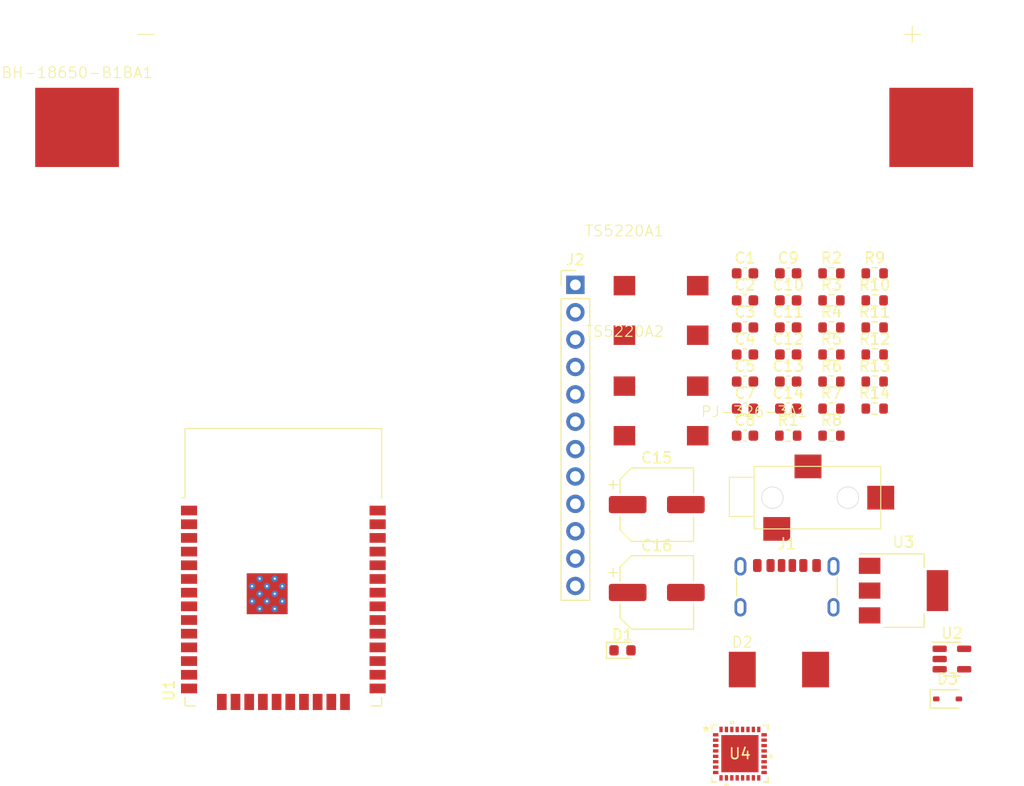
<source format=kicad_pcb>
(kicad_pcb (version 20221018) (generator pcbnew)
  (layers (0 "F.Cu" signal) (31 "B.Cu" signal) (34 "B.Paste" user) (35 "F.Paste" user) (36 "B.SilkS" user "B.Silkscreen") (37 "F.SilkS" user "F.Silkscreen") (38 "B.Mask" user) (39 "F.Mask" user) (44 "Edge.Cuts" user))
  (net 0 "")
  (net 1 "GND")
  (net 2 "Net-(D2-A)")
  (net 3 "+5V")
  (net 4 "Net-(D2-K)")
  (net 5 "VCC")
  (net 6 "Net-(U4-HP_L)")
  (net 7 "HP_L")
  (net 8 "Net-(U4-HP_R)")
  (net 9 "HP_R")
  (net 10 "Net-(D1-K)")
  (net 11 "Net-(D3-A)")
  (net 12 "Net-(J1-CC1)")
  (net 13 "Net-(J1-CC2)")
  (net 14 "IO33")
  (net 15 "IO32")
  (net 16 "EP")
  (net 17 "MCLK")
  (net 18 "SCL")
  (net 19 "SDA")
  (net 20 "TDO")
  (net 21 "TMS")
  (net 22 "TCK")
  (net 23 "TDI")
  (net 24 "Net-(U2-STAT)")
  (net 25 "Net-(U2-PROG)")
  (net 26 "Net-(U1-IO12)")
  (net 27 "Net-(U1-IO13)")
  (net 28 "Net-(U1-IO14)")
  (net 29 "Net-(U1-IO15)")
  (net 30 "Net-(R9-Pad2)")
  (net 31 "Net-(R11-Pad2)")
  (net 32 "Net-(U1-SDO{slash}SD0)")
  (net 33 "Net-(U1-EN)")
  (net 42 "I2S_DATA")
  (net 43 "I2S_BCK")
  (net 59 "RX")
  (net 60 "TX")
  (net 61 "I2S_LRCK")
  (footprint "Resistor_SMD:R_0603_1608Metric" (layer "F.Cu") (at 167.045 94.95)
    (fp_text reference "R1" (at 0 -1.43) (layer "F.SilkS"))
    (fp_text value "470")
    (fp_line (start -0.237258 -0.5225) (end 0.237258 -0.5225) (stroke (width 0.12)) (layer "F.SilkS"))
    (fp_line (start -0.237258 0.5225) (end 0.237258 0.5225) (stroke (width 0.12)) (layer "F.SilkS"))
    (pad "1" smd roundrect (at -0.825 0) (size 0.8 0.95) (layers "F.Cu" "F.Paste" "F.Mask") (net 24 "Net-(U2-STAT)"))
    (pad "2" smd roundrect (at 0.825 0) (size 0.8 0.95) (layers "F.Cu" "F.Paste" "F.Mask") (net 10 "Net-(D1-K)"))
  )
  (footprint "imported:PJ-326-3A" (layer "F.Cu") (at 163.878608 97.805)
    (fp_text reference "PJ-326-3A1" (at 0 -5.08 unlocked) (layer "F.SilkS") (effects (font (thickness 0.1))))
    (fp_text value "~")
    (fp_line (start -2.298608 1.007594) (end -2.298608 4.638729) (stroke (width 0.1)) (layer "F.SilkS"))
    (fp_line (start -2.298608 4.638729) (end -0.033313 4.638729) (stroke (width 0.1)) (layer "F.SilkS"))
    (fp_line (start 0 0) (end 11.75 0) (stroke (width 0.1)) (layer "F.SilkS"))
    (fp_line (start 0 1.007594) (end -2.298608 1.007594) (stroke (width 0.1)) (layer "F.SilkS"))
    (fp_line (start 0 5.8) (end 0 0) (stroke (width 0.1)) (layer "F.SilkS"))
    (fp_line (start 0 5.8) (end 11.75 5.8) (stroke (width 0.1)) (layer "F.SilkS"))
    (fp_line (start 11.75 0) (end 11.75 5.8) (stroke (width 0.1)) (layer "F.SilkS"))
    (fp_circle (center 1.7 2.9) (end 2.7 2.9) (stroke (width 0.05)) (fill none) (layer "Edge.Cuts"))
    (fp_circle (center 8.7 2.9) (end 9.7 2.9) (stroke (width 0.05)) (fill none) (layer "Edge.Cuts"))
    (pad "1" smd rect (at 2.1 5.8) (size 2.5 2.2) (layers "F.Cu" "F.Paste" "F.Mask") (net 1 "GND"))
    (pad "2" smd rect (at 5 0) (size 2.5 2.2) (layers "F.Cu" "F.Paste" "F.Mask") (net 7 "HP_L"))
    (pad "3" smd rect (at 11.75 2.9) (size 2.5 2.2) (layers "F.Cu" "F.Paste" "F.Mask") (net 9 "HP_R"))
  )
  (footprint "Capacitor_SMD:C_0603_1608Metric" (layer "F.Cu") (at 163.035 92.44)
    (fp_text reference "C7" (at 0 -1.43) (layer "F.SilkS"))
    (fp_text value "4.7u")
    (fp_line (start -0.14058 -0.51) (end 0.14058 -0.51) (stroke (width 0.12)) (layer "F.SilkS"))
    (fp_line (start -0.14058 0.51) (end 0.14058 0.51) (stroke (width 0.12)) (layer "F.SilkS"))
    (pad "1" smd roundrect (at -0.775 0) (size 0.9 0.95) (layers "F.Cu" "F.Paste" "F.Mask") (net 1 "GND"))
    (pad "2" smd roundrect (at 0.775 0) (size 0.9 0.95) (layers "F.Cu" "F.Paste" "F.Mask") (net 5 "VCC"))
  )
  (footprint "Resistor_SMD:R_0603_1608Metric" (layer "F.Cu") (at 175.065 84.91)
    (fp_text reference "R11" (at 0 -1.43) (layer "F.SilkS"))
    (fp_text value "470")
    (fp_line (start -0.237258 -0.5225) (end 0.237258 -0.5225) (stroke (width 0.12)) (layer "F.SilkS"))
    (fp_line (start -0.237258 0.5225) (end 0.237258 0.5225) (stroke (width 0.12)) (layer "F.SilkS"))
    (pad "1" smd roundrect (at -0.825 0) (size 0.8 0.95) (layers "F.Cu" "F.Paste" "F.Mask") (net 14 "IO33"))
    (pad "2" smd roundrect (at 0.825 0) (size 0.8 0.95) (layers "F.Cu" "F.Paste" "F.Mask") (net 31 "Net-(R11-Pad2)"))
  )
  (footprint "Package_TO_SOT_SMD:SOT-23-5" (layer "F.Cu") (at 182.235 115.68)
    (fp_text reference "U2" (at 0 -2.4) (layer "F.SilkS"))
    (fp_text value "MCP73831-2-OT")
    (fp_line (start 0 -1.56) (end -1.8 -1.56) (stroke (width 0.12)) (layer "F.SilkS"))
    (fp_line (start 0 -1.56) (end 0.8 -1.56) (stroke (width 0.12)) (layer "F.SilkS"))
    (fp_line (start 0 1.56) (end -0.8 1.56) (stroke (width 0.12)) (layer "F.SilkS"))
    (fp_line (start 0 1.56) (end 0.8 1.56) (stroke (width 0.12)) (layer "F.SilkS"))
    (pad "1" smd roundrect (at -1.1375 -0.95) (size 1.325 0.6) (layers "F.Cu" "F.Paste" "F.Mask") (net 24 "Net-(U2-STAT)"))
    (pad "2" smd roundrect (at -1.1375 0) (size 1.325 0.6) (layers "F.Cu" "F.Paste" "F.Mask") (net 1 "GND"))
    (pad "3" smd roundrect (at -1.1375 0.95) (size 1.325 0.6) (layers "F.Cu" "F.Paste" "F.Mask") (net 2 "Net-(D2-A)"))
    (pad "4" smd roundrect (at 1.1375 0.95) (size 1.325 0.6) (layers "F.Cu" "F.Paste" "F.Mask") (net 3 "+5V"))
    (pad "5" smd roundrect (at 1.1375 -0.95) (size 1.325 0.6) (layers "F.Cu" "F.Paste" "F.Mask") (net 25 "Net-(U2-PROG)"))
  )
  (footprint "imported:TS5220A" (layer "F.Cu") (at 151.845508 90.355856)
    (fp_text reference "TS5220A2" (at 0 -5.08 unlocked) (layer "F.SilkS") (effects (font (thickness 0.1))))
    (fp_text value "~")
    (pad "1" smd rect (at 0 0) (size 2 1.8) (layers "F.Cu" "F.Paste" "F.Mask") (net 31 "Net-(R11-Pad2)"))
    (pad "2" smd rect (at 6.8 0) (size 2 1.8) (layers "F.Cu" "F.Paste" "F.Mask"))
    (pad "3" smd rect (at 0 4.6) (size 2 1.8) (layers "F.Cu" "F.Paste" "F.Mask") (net 1 "GND"))
    (pad "4" smd rect (at 6.8 4.6) (size 2 1.8) (layers "F.Cu" "F.Paste" "F.Mask"))
  )
  (footprint "imported:SS34" (layer "F.Cu") (at 162.78 116.655)
    (fp_text reference "D2" (at 0 -2.54 unlocked) (layer "F.SilkS") (effects (font (thickness 0.1))))
    (fp_text value "SS34")
    (pad "1" smd rect (at 0 0) (size 2.5 3.3) (layers "F.Cu" "F.Paste" "F.Mask") (net 4 "Net-(D2-K)"))
    (pad "2" smd rect (at 6.8 0) (size 2.5 3.3) (layers "F.Cu" "F.Paste" "F.Mask") (net 2 "Net-(D2-A)"))
  )
  (footprint "Capacitor_SMD:C_0603_1608Metric" (layer "F.Cu") (at 167.045 79.89)
    (fp_text reference "C9" (at 0 -1.43) (layer "F.SilkS"))
    (fp_text value "0.1u")
    (fp_line (start -0.14058 -0.51) (end 0.14058 -0.51) (stroke (width 0.12)) (layer "F.SilkS"))
    (fp_line (start -0.14058 0.51) (end 0.14058 0.51) (stroke (width 0.12)) (layer "F.SilkS"))
    (pad "1" smd roundrect (at -0.775 0) (size 0.9 0.95) (layers "F.Cu" "F.Paste" "F.Mask") (net 1 "GND"))
    (pad "2" smd roundrect (at 0.775 0) (size 0.9 0.95) (layers "F.Cu" "F.Paste" "F.Mask") (net 5 "VCC"))
  )
  (footprint "Resistor_SMD:R_0603_1608Metric" (layer "F.Cu") (at 175.065 87.42)
    (fp_text reference "R12" (at 0 -1.43) (layer "F.SilkS"))
    (fp_text value "10k")
    (fp_line (start -0.237258 -0.5225) (end 0.237258 -0.5225) (stroke (width 0.12)) (layer "F.SilkS"))
    (fp_line (start -0.237258 0.5225) (end 0.237258 0.5225) (stroke (width 0.12)) (layer "F.SilkS"))
    (pad "1" smd roundrect (at -0.825 0) (size 0.8 0.95) (layers "F.Cu" "F.Paste" "F.Mask") (net 5 "VCC"))
    (pad "2" smd roundrect (at 0.825 0) (size 0.8 0.95) (layers "F.Cu" "F.Paste" "F.Mask") (net 14 "IO33"))
  )
  (footprint "Connector_USB:USB_C_Receptacle_GCT_USB4125-xx-x-0190_6P_TopMnt_Horizontal" (layer "F.Cu") (at 166.925 110.08)
    (fp_text reference "J1" (at 0 -5.1 unlocked) (layer "F.SilkS"))
    (fp_text value "USB_C_Receptacle_PowerOnly_6P")
    (fp_line (start -4.67 -0.25) (end -4.67 -1.95) (stroke (width 0.12)) (layer "F.SilkS"))
    (fp_line (start 4.67 -0.25) (end 4.67 -1.95) (stroke (width 0.12)) (layer "F.SilkS"))
    (pad "A5" smd roundrect (at -0.5 -3.08) (size 0.7 1.2) (layers "F.Cu" "F.Paste" "F.Mask") (net 12 "Net-(J1-CC1)"))
    (pad "A9" smd roundrect (at 1.52 -3.08 180) (size 0.76 1.2) (layers "F.Cu" "F.Paste" "F.Mask") (net 11 "Net-(D3-A)"))
    (pad "A12" smd roundrect (at 2.75 -3.08 180) (size 0.8 1.2) (layers "F.Cu" "F.Paste" "F.Mask") (net 1 "GND"))
    (pad "B5" smd roundrect (at 0.5 -3.08 180) (size 0.7 1.2) (layers "F.Cu" "F.Paste" "F.Mask") (net 13 "Net-(J1-CC2)"))
    (pad "B9" smd roundrect (at -1.52 -3.08) (size 0.76 1.2) (layers "F.Cu" "F.Paste" "F.Mask") (net 11 "Net-(D3-A)"))
    (pad "B12" smd roundrect (at -2.75 -3.08) (size 0.8 1.2) (layers "F.Cu" "F.Paste" "F.Mask") (net 1 "GND"))
    (pad "S1" thru_hole oval (at -4.32 -3) (size 1.1 1.7) (drill oval 0.6 1.2) (layers "*.Cu" "*.Mask" "F.Paste") (net 1 "GND"))
    (pad "S1" thru_hole oval (at -4.32 0.8) (size 1.1 1.7) (drill oval 0.6 1.2) (layers "*.Cu" "*.Mask" "F.Paste") (net 1 "GND"))
    (pad "S1" thru_hole oval (at 4.32 -3) (size 1.1 1.7) (drill oval 0.6 1.2) (layers "*.Cu" "*.Mask" "F.Paste") (net 1 "GND"))
    (pad "S1" thru_hole oval (at 4.32 0.8) (size 1.1 1.7) (drill oval 0.6 1.2) (layers "*.Cu" "*.Mask" "F.Paste") (net 1 "GND"))
  )
  (footprint "Resistor_SMD:R_0603_1608Metric" (layer "F.Cu") (at 171.055 79.89)
    (fp_text reference "R2" (at 0 -1.43) (layer "F.SilkS"))
    (fp_text value "2k")
    (fp_line (start -0.237258 -0.5225) (end 0.237258 -0.5225) (stroke (width 0.12)) (layer "F.SilkS"))
    (fp_line (start -0.237258 0.5225) (end 0.237258 0.5225) (stroke (width 0.12)) (layer "F.SilkS"))
    (pad "1" smd roundrect (at -0.825 0) (size 0.8 0.95) (layers "F.Cu" "F.Paste" "F.Mask") (net 1 "GND"))
    (pad "2" smd roundrect (at 0.825 0) (size 0.8 0.95) (layers "F.Cu" "F.Paste" "F.Mask") (net 25 "Net-(U2-PROG)"))
  )
  (footprint "Resistor_SMD:R_0603_1608Metric" (layer "F.Cu") (at 171.055 92.44)
    (fp_text reference "R7" (at 0 -1.43) (layer "F.SilkS"))
    (fp_text value "100")
    (fp_line (start -0.237258 -0.5225) (end 0.237258 -0.5225) (stroke (width 0.12)) (layer "F.SilkS"))
    (fp_line (start -0.237258 0.5225) (end 0.237258 0.5225) (stroke (width 0.12)) (layer "F.SilkS"))
    (pad "1" smd roundrect (at -0.825 0) (size 0.8 0.95) (layers "F.Cu" "F.Paste" "F.Mask") (net 28 "Net-(U1-IO14)"))
    (pad "2" smd roundrect (at 0.825 0) (size 0.8 0.95) (layers "F.Cu" "F.Paste" "F.Mask") (net 21 "TMS"))
  )
  (footprint "Resistor_SMD:R_0603_1608Metric" (layer "F.Cu") (at 175.065 79.89)
    (fp_text reference "R9" (at 0 -1.43) (layer "F.SilkS"))
    (fp_text value "470")
    (fp_line (start -0.237258 -0.5225) (end 0.237258 -0.5225) (stroke (width 0.12)) (layer "F.SilkS"))
    (fp_line (start -0.237258 0.5225) (end 0.237258 0.5225) (stroke (width 0.12)) (layer "F.SilkS"))
    (pad "1" smd roundrect (at -0.825 0) (size 0.8 0.95) (layers "F.Cu" "F.Paste" "F.Mask") (net 15 "IO32"))
    (pad "2" smd roundrect (at 0.825 0) (size 0.8 0.95) (layers "F.Cu" "F.Paste" "F.Mask") (net 30 "Net-(R9-Pad2)"))
  )
  (footprint "Capacitor_SMD:C_0603_1608Metric" (layer "F.Cu") (at 167.045 82.4)
    (fp_text reference "C10" (at 0 -1.43) (layer "F.SilkS"))
    (fp_text value "0.1u")
    (fp_line (start -0.14058 -0.51) (end 0.14058 -0.51) (stroke (width 0.12)) (layer "F.SilkS"))
    (fp_line (start -0.14058 0.51) (end 0.14058 0.51) (stroke (width 0.12)) (layer "F.SilkS"))
    (pad "1" smd roundrect (at -0.775 0) (size 0.9 0.95) (layers "F.Cu" "F.Paste" "F.Mask") (net 1 "GND"))
    (pad "2" smd roundrect (at 0.775 0) (size 0.9 0.95) (layers "F.Cu" "F.Paste" "F.Mask") (net 5 "VCC"))
  )
  (footprint "Capacitor_SMD:C_0603_1608Metric" (layer "F.Cu") (at 163.035 82.4)
    (fp_text reference "C2" (at 0 -1.43) (layer "F.SilkS"))
    (fp_text value "4.7u")
    (fp_line (start -0.14058 -0.51) (end 0.14058 -0.51) (stroke (width 0.12)) (layer "F.SilkS"))
    (fp_line (start -0.14058 0.51) (end 0.14058 0.51) (stroke (width 0.12)) (layer "F.SilkS"))
    (pad "1" smd roundrect (at -0.775 0) (size 0.9 0.95) (layers "F.Cu" "F.Paste" "F.Mask") (net 2 "Net-(D2-A)"))
    (pad "2" smd roundrect (at 0.775 0) (size 0.9 0.95) (layers "F.Cu" "F.Paste" "F.Mask") (net 1 "GND"))
  )
  (footprint "Capacitor_SMD:C_0603_1608Metric" (layer "F.Cu") (at 163.035 94.95)
    (fp_text reference "C8" (at 0 -1.43) (layer "F.SilkS"))
    (fp_text value "10u")
    (fp_line (start -0.14058 -0.51) (end 0.14058 -0.51) (stroke (width 0.12)) (layer "F.SilkS"))
    (fp_line (start -0.14058 0.51) (end 0.14058 0.51) (stroke (width 0.12)) (layer "F.SilkS"))
    (pad "1" smd roundrect (at -0.775 0) (size 0.9 0.95) (layers "F.Cu" "F.Paste" "F.Mask") (net 5 "VCC"))
    (pad "2" smd roundrect (at 0.775 0) (size 0.9 0.95) (layers "F.Cu" "F.Paste" "F.Mask") (net 1 "GND"))
  )
  (footprint "Capacitor_SMD:C_0603_1608Metric" (layer "F.Cu") (at 167.045 92.44)
    (fp_text reference "C14" (at 0 -1.43) (layer "F.SilkS"))
    (fp_text value "4.7u")
    (fp_line (start -0.14058 -0.51) (end 0.14058 -0.51) (stroke (width 0.12)) (layer "F.SilkS"))
    (fp_line (start -0.14058 0.51) (end 0.14058 0.51) (stroke (width 0.12)) (layer "F.SilkS"))
    (pad "1" smd roundrect (at -0.775 0) (size 0.9 0.95) (layers "F.Cu" "F.Paste" "F.Mask") (net 5 "VCC"))
    (pad "2" smd roundrect (at 0.775 0) (size 0.9 0.95) (layers "F.Cu" "F.Paste" "F.Mask") (net 1 "GND"))
  )
  (footprint "Resistor_SMD:R_0603_1608Metric" (layer "F.Cu") (at 175.065 82.4)
    (fp_text reference "R10" (at 0 -1.43) (layer "F.SilkS"))
    (fp_text value "10k")
    (fp_line (start -0.237258 -0.5225) (end 0.237258 -0.5225) (stroke (width 0.12)) (layer "F.SilkS"))
    (fp_line (start -0.237258 0.5225) (end 0.237258 0.5225) (stroke (width 0.12)) (layer "F.SilkS"))
    (pad "1" smd roundrect (at -0.825 0) (size 0.8 0.95) (layers "F.Cu" "F.Paste" "F.Mask") (net 5 "VCC"))
    (pad "2" smd roundrect (at 0.825 0) (size 0.8 0.95) (layers "F.Cu" "F.Paste" "F.Mask") (net 15 "IO32"))
  )
  (footprint "Resistor_SMD:R_0603_1608Metric" (layer "F.Cu") (at 175.065 92.44)
    (fp_text reference "R14" (at 0 -1.43) (layer "F.SilkS"))
    (fp_text value "10k")
    (fp_line (start -0.237258 -0.5225) (end 0.237258 -0.5225) (stroke (width 0.12)) (layer "F.SilkS"))
    (fp_line (start -0.237258 0.5225) (end 0.237258 0.5225) (stroke (width 0.12)) (layer "F.SilkS"))
    (pad "1" smd roundrect (at -0.825 0) (size 0.8 0.95) (layers "F.Cu" "F.Paste" "F.Mask") (net 5 "VCC"))
    (pad "2" smd roundrect (at 0.825 0) (size 0.8 0.95) (layers "F.Cu" "F.Paste" "F.Mask") (net 33 "Net-(U1-EN)"))
  )
  (footprint "Capacitor_SMD:C_0603_1608Metric" (layer "F.Cu") (at 167.045 89.93)
    (fp_text reference "C13" (at 0 -1.43) (layer "F.SilkS"))
    (fp_text value "4.7u")
    (fp_line (start -0.14058 -0.51) (end 0.14058 -0.51) (stroke (width 0.12)) (layer "F.SilkS"))
    (fp_line (start -0.14058 0.51) (end 0.14058 0.51) (stroke (width 0.12)) (layer "F.SilkS"))
    (pad "1" smd roundrect (at -0.775 0) (size 0.9 0.95) (layers "F.Cu" "F.Paste" "F.Mask") (net 5 "VCC"))
    (pad "2" smd roundrect (at 0.775 0) (size 0.9 0.95) (layers "F.Cu" "F.Paste" "F.Mask") (net 1 "GND"))
  )
  (footprint "Resistor_SMD:R_0603_1608Metric" (layer "F.Cu") (at 171.055 89.93)
    (fp_text reference "R6" (at 0 -1.43) (layer "F.SilkS"))
    (fp_text value "100")
    (fp_line (start -0.237258 -0.5225) (end 0.237258 -0.5225) (stroke (width 0.12)) (layer "F.SilkS"))
    (fp_line (start -0.237258 0.5225) (end 0.237258 0.5225) (stroke (width 0.12)) (layer "F.SilkS"))
    (pad "1" smd roundrect (at -0.825 0) (size 0.8 0.95) (layers "F.Cu" "F.Paste" "F.Mask") (net 27 "Net-(U1-IO13)"))
    (pad "2" smd roundrect (at 0.825 0) (size 0.8 0.95) (layers "F.Cu" "F.Paste" "F.Mask") (net 22 "TCK"))
  )
  (footprint "Capacitor_SMD:C_0603_1608Metric" (layer "F.Cu") (at 167.045 84.91)
    (fp_text reference "C11" (at 0 -1.43) (layer "F.SilkS"))
    (fp_text value "0.1u")
    (fp_line (start -0.14058 -0.51) (end 0.14058 -0.51) (stroke (width 0.12)) (layer "F.SilkS"))
    (fp_line (start -0.14058 0.51) (end 0.14058 0.51) (stroke (width 0.12)) (layer "F.SilkS"))
    (pad "1" smd roundrect (at -0.775 0) (size 0.9 0.95) (layers "F.Cu" "F.Paste" "F.Mask") (net 5 "VCC"))
    (pad "2" smd roundrect (at 0.775 0) (size 0.9 0.95) (layers "F.Cu" "F.Paste" "F.Mask") (net 1 "GND"))
  )
  (footprint "Capacitor_SMD:C_0603_1608Metric" (layer "F.Cu") (at 163.035 84.91)
    (fp_text reference "C3" (at 0 -1.43) (layer "F.SilkS"))
    (fp_text value "10u")
    (fp_line (start -0.14058 -0.51) (end 0.14058 -0.51) (stroke (width 0.12)) (layer "F.SilkS"))
    (fp_line (start -0.14058 0.51) (end 0.14058 0.51) (stroke (width 0.12)) (layer "F.SilkS"))
    (pad "1" smd roundrect (at -0.775 0) (size 0.9 0.95) (layers "F.Cu" "F.Paste" "F.Mask") (net 4 "Net-(D2-K)"))
    (pad "2" smd roundrect (at 0.775 0) (size 0.9 0.95) (layers "F.Cu" "F.Paste" "F.Mask") (net 1 "GND"))
  )
  (footprint "Capacitor_SMD:C_0603_1608Metric" (layer "F.Cu") (at 167.045 87.42)
    (fp_text reference "C12" (at 0 -1.43) (layer "F.SilkS"))
    (fp_text value "4.7u")
    (fp_line (start -0.14058 -0.51) (end 0.14058 -0.51) (stroke (width 0.12)) (layer "F.SilkS"))
    (fp_line (start -0.14058 0.51) (end 0.14058 0.51) (stroke (width 0.12)) (layer "F.SilkS"))
    (pad "1" smd roundrect (at -0.775 0) (size 0.9 0.95) (layers "F.Cu" "F.Paste" "F.Mask") (net 5 "VCC"))
    (pad "2" smd roundrect (at 0.775 0) (size 0.9 0.95) (layers "F.Cu" "F.Paste" "F.Mask") (net 1 "GND"))
  )
  (footprint "Resistor_SMD:R_0603_1608Metric" (layer "F.Cu") (at 171.055 84.91)
    (fp_text reference "R4" (at 0 -1.43) (layer "F.SilkS"))
    (fp_text value "5k1")
    (fp_line (start -0.237258 -0.5225) (end 0.237258 -0.5225) (stroke (width 0.12)) (layer "F.SilkS"))
    (fp_line (start -0.237258 0.5225) (end 0.237258 0.5225) (stroke (width 0.12)) (layer "F.SilkS"))
    (pad "1" smd roundrect (at -0.825 0) (size 0.8 0.95) (layers "F.Cu" "F.Paste" "F.Mask") (net 12 "Net-(J1-CC1)"))
    (pad "2" smd roundrect (at 0.825 0) (size 0.8 0.95) (layers "F.Cu" "F.Paste" "F.Mask") (net 1 "GND"))
  )
  (footprint "Connector_PinHeader_2.54mm:PinHeader_1x12_P2.54mm_Vertical" (layer "F.Cu") (at 147.295 80.96)
    (fp_text reference "J2" (at 0 -2.33) (layer "F.SilkS"))
    (fp_text value "Conn_01x12_Pin")
    (fp_line (start -1.33 -1.33) (end 0 -1.33) (stroke (width 0.12)) (layer "F.SilkS"))
    (fp_line (start -1.33 0) (end -1.33 -1.33) (stroke (width 0.12)) (layer "F.SilkS"))
    (fp_line (start -1.33 1.27) (end -1.33 29.27) (stroke (width 0.12)) (layer "F.SilkS"))
    (fp_line (start -1.33 1.27) (end 1.33 1.27) (stroke (width 0.12)) (layer "F.SilkS"))
    (fp_line (start -1.33 29.27) (end 1.33 29.27) (stroke (width 0.12)) (layer "F.SilkS"))
    (fp_line (start 1.33 1.27) (end 1.33 29.27) (stroke (width 0.12)) (layer "F.SilkS"))
    (pad "1" thru_hole rect (at 0 0) (size 1.7 1.7) (drill 1) (layers "*.Cu" "*.Mask") (net 14 "IO33"))
    (pad "2" thru_hole oval (at 0 2.54) (size 1.7 1.7) (drill 1) (layers "*.Cu" "*.Mask") (net 15 "IO32"))
    (pad "3" thru_hole oval (at 0 5.08) (size 1.7 1.7) (drill 1) (layers "*.Cu" "*.Mask") (net 16 "EP"))
    (pad "4" thru_hole oval (at 0 7.62) (size 1.7 1.7) (drill 1) (layers "*.Cu" "*.Mask") (net 17 "MCLK"))
    (pad "5" thru_hole oval (at 0 10.16) (size 1.7 1.7) (drill 1) (layers "*.Cu" "*.Mask") (net 18 "SCL"))
    (pad "6" thru_hole oval (at 0 12.7) (size 1.7 1.7) (drill 1) (layers "*.Cu" "*.Mask") (net 19 "SDA"))
    (pad "7" thru_hole oval (at 0 15.24) (size 1.7 1.7) (drill 1) (layers "*.Cu" "*.Mask") (net 20 "TDO"))
    (pad "8" thru_hole oval (at 0 17.78) (size 1.7 1.7) (drill 1) (layers "*.Cu" "*.Mask") (net 21 "TMS"))
    (pad "9" thru_hole oval (at 0 20.32) (size 1.7 1.7) (drill 1) (layers "*.Cu" "*.Mask") (net 22 "TCK"))
    (pad "10" thru_hole oval (at 0 22.86) (size 1.7 1.7) (drill 1) (layers "*.Cu" "*.Mask") (net 23 "TDI"))
    (pad "11" thru_hole oval (at 0 25.4) (size 1.7 1.7) (drill 1) (layers "*.Cu" "*.Mask") (net 1 "GND"))
    (pad "12" thru_hole oval (at 0 27.94) (size 1.7 1.7) (drill 1) (layers "*.Cu" "*.Mask") (net 5 "VCC"))
  )
  (footprint "Capacitor_SMD:CP_Elec_6.3x5.4_Nichicon" (layer "F.Cu") (at 154.845 101.35)
    (fp_text reference "C15" (at 0 -4.35) (layer "F.SilkS"))
    (fp_text value "100u")
    (fp_line (start -4.4375 -1.8475) (end -3.65 -1.8475) (stroke (width 0.12)) (layer "F.SilkS"))
    (fp_line (start -4.04375 -2.24125) (end -4.04375 -1.45375) (stroke (width 0.12)) (layer "F.SilkS"))
    (fp_line (start -3.41 -2.345563) (end -3.41 -1.06) (stroke (width 0.12)) (layer "F.SilkS"))
    (fp_line (start -3.41 -2.345563) (end -2.345563 -3.41) (stroke (width 0.12)) (layer "F.SilkS"))
    (fp_line (start -3.41 2.345563) (end -3.41 1.06) (stroke (width 0.12)) (layer "F.SilkS"))
    (fp_line (start -3.41 2.345563) (end -2.345563 3.41) (stroke (width 0.12)) (layer "F.SilkS"))
    (fp_line (start -2.345563 -3.41) (end 3.41 -3.41) (stroke (width 0.12)) (layer "F.SilkS"))
    (fp_line (start -2.345563 3.41) (end 3.41 3.41) (stroke (width 0.12)) (layer "F.SilkS"))
    (fp_line (start 3.41 -3.41) (end 3.41 -1.06) (stroke (width 0.12)) (layer "F.SilkS"))
    (fp_line (start 3.41 3.41) (end 3.41 1.06) (stroke (width 0.12)) (layer "F.SilkS"))
    (pad "1" smd roundrect (at -2.7 0) (size 3.5 1.6) (layers "F.Cu" "F.Paste" "F.Mask") (roundrect_rratio 0.15625) (net 6 "Net-(U4-HP_L)"))
    (pad "2" smd roundrect (at 2.7 0) (size 3.5 1.6) (layers "F.Cu" "F.Paste" "F.Mask") (roundrect_rratio 0.15625) (net 7 "HP_L"))
  )
  (footprint "imported:TS5220A" (layer "F.Cu") (at 151.845508 81.030867)
    (fp_text reference "TS5220A1" (at 0 -5.08 unlocked) (layer "F.SilkS") (effects (font (thickness 0.1))))
    (fp_text value "~")
    (pad "1" smd rect (at 0 0) (size 2 1.8) (layers "F.Cu" "F.Paste" "F.Mask") (net 30 "Net-(R9-Pad2)"))
    (pad "2" smd rect (at 6.8 0) (size 2 1.8) (layers "F.Cu" "F.Paste" "F.Mask"))
    (pad "3" smd rect (at 0 4.6) (size 2 1.8) (layers "F.Cu" "F.Paste" "F.Mask") (net 1 "GND"))
    (pad "4" smd rect (at 6.8 4.6) (size 2 1.8) (layers "F.Cu" "F.Paste" "F.Mask"))
  )
  (footprint "Resistor_SMD:R_0603_1608Metric" (layer "F.Cu") (at 175.065 89.93)
    (fp_text reference "R13" (at 0 -1.43) (layer "F.SilkS"))
    (fp_text value "10k")
    (fp_line (start -0.237258 -0.5225) (end 0.237258 -0.5225) (stroke (width 0.12)) (layer "F.SilkS"))
    (fp_line (start -0.237258 0.5225) (end 0.237258 0.5225) (stroke (width 0.12)) (layer "F.SilkS"))
    (pad "1" smd roundrect (at -0.825 0) (size 0.8 0.95) (layers "F.Cu" "F.Paste" "F.Mask") (net 5 "VCC"))
    (pad "2" smd roundrect (at 0.825 0) (size 0.8 0.95) (layers "F.Cu" "F.Paste" "F.Mask") (net 32 "Net-(U1-SDO{slash}SD0)"))
  )
  (footprint "Resistor_SMD:R_0603_1608Metric" (layer "F.Cu") (at 171.055 82.4)
    (fp_text reference "R3" (at 0 -1.43) (layer "F.SilkS"))
    (fp_text value "5k1")
    (fp_line (start -0.237258 -0.5225) (end 0.237258 -0.5225) (stroke (width 0.12)) (layer "F.SilkS"))
    (fp_line (start -0.237258 0.5225) (end 0.237258 0.5225) (stroke (width 0.12)) (layer "F.SilkS"))
    (pad "1" smd roundrect (at -0.825 0) (size 0.8 0.95) (layers "F.Cu" "F.Paste" "F.Mask") (net 13 "Net-(J1-CC2)"))
    (pad "2" smd roundrect (at 0.825 0) (size 0.8 0.95) (layers "F.Cu" "F.Paste" "F.Mask") (net 1 "GND"))
  )
  (footprint "imported:WM8960CGEFL&slash_V_CIR" (layer "F.Cu") (at 162.56 124.46)
    (fp_text reference "U4" (at 0 0 unlocked) (layer "F.SilkS"))
    (fp_text value "WM8960CGEFL/V")
    (fp_text user "*" (at -3.135 -2 unlocked) (layer "F.SilkS"))
    (fp_text user "*" (at -3.135 -2) (layer "F.SilkS"))
    (fp_line (start -2.6289 -2.6289) (end -2.6289 -2.209157) (stroke (width 0.1524)) (layer "F.SilkS"))
    (fp_line (start -2.6289 2.209157) (end -2.6289 2.6289) (stroke (width 0.1524)) (layer "F.SilkS"))
    (fp_line (start -2.6289 2.6289) (end -2.209157 2.6289) (stroke (width 0.1524)) (layer "F.SilkS"))
    (fp_line (start -2.209157 -2.6289) (end -2.6289 -2.6289) (stroke (width 0.1524)) (layer "F.SilkS"))
    (fp_line (start 2.209157 2.6289) (end 2.6289 2.6289) (stroke (width 0.1524)) (layer "F.SilkS"))
    (fp_line (start 2.6289 -2.6289) (end 2.209157 -2.6289) (stroke (width 0.1524)) (layer "F.SilkS"))
    (fp_line (start 2.6289 -2.209157) (end 2.6289 -2.6289) (stroke (width 0.1524)) (layer "F.SilkS"))
    (fp_line (start 2.6289 2.6289) (end 2.6289 2.209157) (stroke (width 0.1524)) (layer "F.SilkS"))
    (fp_poly (pts (xy -1.4405 2.754) (xy -1.4405 3.008) (xy -1.0595 3.008) (xy -1.0595 2.754)) (fill solid) (layer "F.SilkS"))
    (fp_poly (pts (xy -0.940501 -2.754) (xy -0.940501 -3.008) (xy -0.559501 -3.008) (xy -0.559501 -2.754)) (fill solid) (layer "F.SilkS"))
    (fp_poly (pts (xy 3.008 0.059499) (xy 3.008 0.4405) (xy 2.754 0.4405) (xy 2.754 0.059499)) (fill solid) (layer "F.SilkS"))
    (pad "1" smd rect (at -2.246 -1.749999 90) (size 0.3048 0.508) (layers "F.Cu" "F.Paste" "F.Mask") (net 5 "VCC"))
    (pad "2" smd rect (at -2.246 -1.25 90) (size 0.3048 0.508) (layers "F.Cu" "F.Paste" "F.Mask"))
    (pad "3" smd rect (at -2.246 -0.750001 90) (size 0.3048 0.508) (layers "F.Cu" "F.Paste" "F.Mask"))
    (pad "4" smd rect (at -2.246 -0.25 90) (size 0.3048 0.508) (layers "F.Cu" "F.Paste" "F.Mask"))
    (pad "5" smd rect (at -2.246 0.25 90) (size 0.3048 0.508) (layers "F.Cu" "F.Paste" "F.Mask"))
    (pad "6" smd rect (at -2.246 0.750001 90) (size 0.3048 0.508) (layers "F.Cu" "F.Paste" "F.Mask"))
    (pad "7" smd rect (at -2.246 1.25 90) (size 0.3048 0.508) (layers "F.Cu" "F.Paste" "F.Mask"))
    (pad "8" smd rect (at -2.246 1.749999 90) (size 0.3048 0.508) (layers "F.Cu" "F.Paste" "F.Mask") (net 5 "VCC"))
    (pad "9" smd rect (at -1.749999 2.246) (size 0.3048 0.508) (layers "F.Cu" "F.Paste" "F.Mask") (net 1 "GND"))
    (pad "10" smd rect (at -1.25 2.246) (size 0.3048 0.508) (layers "F.Cu" "F.Paste" "F.Mask") (net 5 "VCC"))
    (pad "11" smd rect (at -0.750001 2.246) (size 0.3048 0.508) (layers "F.Cu" "F.Paste" "F.Mask") (net 17 "MCLK"))
    (pad "12" smd rect (at -0.25 2.246) (size 0.3048 0.508) (layers "F.Cu" "F.Paste" "F.Mask") (net 43 "I2S_BCK"))
    (pad "13" smd rect (at 0.25 2.246) (size 0.3048 0.508) (layers "F.Cu" "F.Paste" "F.Mask") (net 61 "I2S_LRCK"))
    (pad "14" smd rect (at 0.750001 2.246) (size 0.3048 0.508) (layers "F.Cu" "F.Paste" "F.Mask") (net 42 "I2S_DATA"))
    (pad "15" smd rect (at 1.25 2.246) (size 0.3048 0.508) (layers "F.Cu" "F.Paste" "F.Mask"))
    (pad "16" smd rect (at 1.749999 2.246) (size 0.3048 0.508) (layers "F.Cu" "F.Paste" "F.Mask"))
    (pad "17" smd rect (at 2.246 1.749999 90) (size 0.3048 0.508) (layers "F.Cu" "F.Paste" "F.Mask") (net 18 "SCL"))
    (pad "18" smd rect (at 2.246 1.25 90) (size 0.3048 0.508) (layers "F.Cu" "F.Paste" "F.Mask") (net 19 "SDA"))
    (pad "19" smd rect (at 2.246 0.750001 90) (size 0.3048 0.508) (layers "F.Cu" "F.Paste" "F.Mask"))
    (pad "20" smd rect (at 2.246 0.25 90) (size 0.3048 0.508) (layers "F.Cu" "F.Paste" "F.Mask") (net 1 "GND"))
    (pad "21" smd rect (at 2.246 -0.25 90) (size 0.3048 0.508) (layers "F.Cu" "F.Paste" "F.Mask") (net 5 "VCC"))
    (pad "22" smd rect (at 2.246 -0.750001 90) (size 0.3048 0.508) (layers "F.Cu" "F.Paste" "F.Mask"))
    (pad "23" smd rect (at 2.246 -1.25 90) (size 0.3048 0.508) (layers "F.Cu" "F.Paste" "F.Mask"))
    (pad "24" smd rect (at 2.246 -1.749999 90) (size 0.3048 0.508) (layers "F.Cu" "F.Paste" "F.Mask") (net 1 "GND"))
    (pad "25" smd rect (at 1.749999 -2.246) (size 0.3048 0.508) (layers "F.Cu" "F.Paste" "F.Mask"))
    (pad "26" smd rect (at 1.25 -2.246) (size 0.3048 0.508) (layers "F.Cu" "F.Paste" "F.Mask") (net 5 "VCC"))
    (pad "27" smd rect (at 0.750001 -2.246) (size 0.3048 0.508) (layers "F.Cu" "F.Paste" "F.Mask") (net 5 "VCC"))
    (pad "28" smd rect (at 0.25 -2.246) (size 0.3048 0.508) (layers "F.Cu" "F.Paste" "F.Mask") (net 1 "GND"))
    (pad "29" smd rect (at -0.25 -2.246) (size 0.3048 0.508) (layers "F.Cu" "F.Paste" "F.Mask") (net 8 "Net-(U4-HP_R)"))
    (pad "30" smd rect (at -0.750001 -2.246) (size 0.3048 0.508) (layers "F.Cu" "F.Paste" "F.Mask"))
    (pad "31" smd rect (at -1.25 -2.246) (size 0.3048 0.508) (layers "F.Cu" "F.Paste" "F.Mask") (net 6 "Net-(U4-HP_L)"))
    (pad "32" smd rect (at -1.749999 -2.246) (size 0.3048 0.508) (layers "F.Cu" "F.Paste" "F.Mask") (net 5 "VCC"))
    (pad "33" smd rect (at 0 0) (size 3.4544 3.4544) (layers "F.Cu" "F.Mask") (net 16 "EP"))
  )
  (footprint "Capacitor_SMD:C_0603_1608Metric" (layer "F.Cu") (at 163.035 89.93)
    (fp_text reference "C5" (at 0 -1.43) (layer "F.SilkS"))
    (fp_text value "0.1u")
    (fp_line (start -0.14058 -0.51) (end 0.14058 -0.51) (stroke (width 0.12)) (layer "F.SilkS"))
    (fp_line (start -0.14058 0.51) (end 0.14058 0.51) (stroke (width 0.12)) (layer "F.SilkS"))
    (pad "1" smd roundrect (at -0.775 0) (size 0.9 0.95) (layers "F.Cu" "F.Paste" "F.Mask") (net 5 "VCC"))
    (pad "2" smd roundrect (at 0.775 0) (size 0.9 0.95) (layers "F.Cu" "F.Paste" "F.Mask") (net 1 "GND"))
  )
  (footprint "Resistor_SMD:R_0603_1608Metric" (layer "F.Cu") (at 171.055 87.42)
    (fp_text reference "R5" (at 0 -1.43) (layer "F.SilkS"))
    (fp_text value "100")
    (fp_line (start -0.237258 -0.5225) (end 0.237258 -0.5225) (stroke (width 0.12)) (layer "F.SilkS"))
    (fp_line (start -0.237258 0.5225) (end 0.237258 0.5225) (stroke (width 0.12)) (layer "F.SilkS"))
    (pad "1" smd roundrect (at -0.825 0) (size 0.8 0.95) (layers "F.Cu" "F.Paste" "F.Mask") (net 23 "TDI"))
    (pad "2" smd roundrect (at 0.825 0) (size 0.8 0.95) (layers "F.Cu" "F.Paste" "F.Mask") (net 26 "Net-(U1-IO12)"))
  )
  (footprint "Package_TO_SOT_SMD:SOT-223-3_TabPin2" (layer "F.Cu") (at 177.745 109.33)
    (fp_text reference "U3" (at 0 -4.5) (layer "F.SilkS"))
    (fp_text value "AMS1117-3.3")
    (fp_line (start -4.1 -3.41) (end 1.91 -3.41) (stroke (width 0.12)) (layer "F.SilkS"))
    (fp_line (start -1.85 3.41) (end 1.91 3.41) (stroke (width 0.12)) (layer "F.SilkS"))
    (fp_line (start 1.91 -3.41) (end 1.91 -2.15) (stroke (width 0.12)) (layer "F.SilkS"))
    (fp_line (start 1.91 3.41) (end 1.91 2.15) (stroke (width 0.12)) (layer "F.SilkS"))
    (pad "1" smd rect (at -3.15 -2.3) (size 2 1.5) (layers "F.Cu" "F.Paste" "F.Mask") (net 1 "GND"))
    (pad "2" smd rect (at -3.15 0) (size 2 1.5) (layers "F.Cu" "F.Paste" "F.Mask") (net 5 "VCC"))
    (pad "2" smd rect (at 3.15 0) (size 2 3.8) (layers "F.Cu" "F.Paste" "F.Mask") (net 5 "VCC"))
    (pad "3" smd rect (at -3.15 2.3) (size 2 1.5) (layers "F.Cu" "F.Paste" "F.Mask") (net 4 "Net-(D2-K)"))
  )
  (footprint "RF_Module:ESP32-WROOM-32D" (layer "F.Cu") (at 120.195 110.15)
    (fp_text reference "U1" (at -10.61 8.43 90) (layer "F.SilkS"))
    (fp_text value "ESP32-WROOM-32D")
    (fp_line (start -9.12 -15.86) (end -9.12 -9.445) (stroke (width 0.12)) (layer "F.SilkS"))
    (fp_line (start -9.12 -15.86) (end 9.12 -15.86) (stroke (width 0.12)) (layer "F.SilkS"))
    (fp_line (start -9.12 -9.445) (end -9.5 -9.445) (stroke (width 0.12)) (layer "F.SilkS"))
    (fp_line (start -9.12 9.1) (end -9.12 9.88) (stroke (width 0.12)) (layer "F.SilkS"))
    (fp_line (start -9.12 9.88) (end -8.12 9.88) (stroke (width 0.12)) (layer "F.SilkS"))
    (fp_line (start 9.12 -15.86) (end 9.12 -9.445) (stroke (width 0.12)) (layer "F.SilkS"))
    (fp_line (start 9.12 9.1) (end 9.12 9.88) (stroke (width 0.12)) (layer "F.SilkS"))
    (fp_line (start 9.12 9.88) (end 8.12 9.88) (stroke (width 0.12)) (layer "F.SilkS"))
    (pad "1" smd rect (at -8.75 -8.25) (size 1.5 0.9) (layers "F.Cu" "F.Paste" "F.Mask") (net 1 "GND"))
    (pad "2" smd rect (at -8.75 -6.98) (size 1.5 0.9) (layers "F.Cu" "F.Paste" "F.Mask") (net 5 "VCC"))
    (pad "3" smd rect (at -8.75 -5.71) (size 1.5 0.9) (layers "F.Cu" "F.Paste" "F.Mask") (net 33 "Net-(U1-EN)"))
    (pad "4" smd rect (at -8.75 -4.44) (size 1.5 0.9) (layers "F.Cu" "F.Paste" "F.Mask"))
    (pad "5" smd rect (at -8.75 -3.17) (size 1.5 0.9) (layers "F.Cu" "F.Paste" "F.Mask"))
    (pad "6" smd rect (at -8.75 -1.9) (size 1.5 0.9) (layers "F.Cu" "F.Paste" "F.Mask"))
    (pad "7" smd rect (at -8.75 -0.63) (size 1.5 0.9) (layers "F.Cu" "F.Paste" "F.Mask"))
    (pad "8" smd rect (at -8.75 0.64) (size 1.5 0.9) (layers "F.Cu" "F.Paste" "F.Mask") (net 15 "IO32"))
    (pad "9" smd rect (at -8.75 1.91) (size 1.5 0.9) (layers "F.Cu" "F.Paste" "F.Mask") (net 14 "IO33"))
    (pad "10" smd rect (at -8.75 3.18) (size 1.5 0.9) (layers "F.Cu" "F.Paste" "F.Mask") (net 42 "I2S_DATA"))
    (pad "11" smd rect (at -8.75 4.45) (size 1.5 0.9) (layers "F.Cu" "F.Paste" "F.Mask") (net 43 "I2S_BCK"))
    (pad "12" smd rect (at -8.75 5.72) (size 1.5 0.9) (layers "F.Cu" "F.Paste" "F.Mask"))
    (pad "13" smd rect (at -8.75 6.99) (size 1.5 0.9) (layers "F.Cu" "F.Paste" "F.Mask") (net 28 "Net-(U1-IO14)"))
    (pad "14" smd rect (at -8.75 8.26) (size 1.5 0.9) (layers "F.Cu" "F.Paste" "F.Mask") (net 26 "Net-(U1-IO12)"))
    (pad "15" smd rect (at -5.71 9.51 90) (size 1.5 0.9) (layers "F.Cu" "F.Paste" "F.Mask") (net 1 "GND"))
    (pad "16" smd rect (at -4.44 9.51 90) (size 1.5 0.9) (layers "F.Cu" "F.Paste" "F.Mask") (net 27 "Net-(U1-IO13)"))
    (pad "17" smd rect (at -3.17 9.51 90) (size 1.5 0.9) (layers "F.Cu" "F.Paste" "F.Mask"))
    (pad "18" smd rect (at -1.9 9.51 90) (size 1.5 0.9) (layers "F.Cu" "F.Paste" "F.Mask"))
    (pad "19" smd rect (at -0.63 9.51 90) (size 1.5 0.9) (layers "F.Cu" "F.Paste" "F.Mask"))
    (pad "20" smd rect (at 0.64 9.51 90) (size 1.5 0.9) (layers "F.Cu" "F.Paste" "F.Mask"))
    (pad "21" smd rect (at 1.91 9.51 90) (size 1.5 0.9) (layers "F.Cu" "F.Paste" "F.Mask") (net 32 "Net-(U1-SDO{slash}SD0)"))
    (pad "22" smd rect (at 3.18 9.51 90) (size 1.5 0.9) (layers "F.Cu" "F.Paste" "F.Mask"))
    (pad "23" smd rect (at 4.45 9.51 90) (size 1.5 0.9) (layers "F.Cu" "F.Paste" "F.Mask") (net 29 "Net-(U1-IO15)"))
    (pad "24" smd rect (at 5.72 9.51 90) (size 1.5 0.9) (layers "F.Cu" "F.Paste" "F.Mask"))
    (pad "25" smd rect (at 8.75 8.26) (size 1.5 0.9) (layers "F.Cu" "F.Paste" "F.Mask"))
    (pad "26" smd rect (at 8.75 6.99) (size 1.5 0.9) (layers "F.Cu" "F.Paste" "F.Mask"))
    (pad "27" smd rect (at 8.75 5.72) (size 1.5 0.9) (layers "F.Cu" "F.Paste" "F.Mask"))
    (pad "28" smd rect (at 8.75 4.45) (size 1.5 0.9) (layers "F.Cu" "F.Paste" "F.Mask"))
    (pad "29" smd rect (at 8.75 3.18) (size 1.5 0.9) (layers "F.Cu" "F.Paste" "F.Mask"))
    (pad "30" smd rect (at 8.75 1.91) (size 1.5 0.9) (layers "F.Cu" "F.Paste" "F.Mask"))
    (pad "31" smd rect (at 8.75 0.64) (size 1.5 0.9) (layers "F.Cu" "F.Paste" "F.Mask"))
    (pad "32" smd rect (at 8.75 -0.63) (size 1.5 0.9) (layers "F.Cu" "F.Paste" "F.Mask"))
    (pad "33" smd rect (at 8.75 -1.9) (size 1.5 0.9) (layers "F.Cu" "F.Paste" "F.Mask") (net 19 "SDA"))
    (pad "34" smd rect (at 8.75 -3.17) (size 1.5 0.9) (layers "F.Cu" "F.Paste" "F.Mask") (net 59 "RX"))
    (pad "35" smd rect (at 8.75 -4.44) (size 1.5 0.9) (layers "F.Cu" "F.Paste" "F.Mask") (net 60 "TX"))
    (pad "36" smd rect (at 8.75 -5.71) (size 1.5 0.9) (layers "F.Cu" "F.Paste" "F.Mask") (net 18 "SCL"))
    (pad "37" smd rect (at 8.75 -6.98) (size 1.5 0.9) (layers "F.Cu" "F.Paste" "F.Mask") (net 61 "I2S_LRCK"))
    (pad "38" smd rect (at 8.75 -8.25) (size 1.5 0.9) (layers "F.Cu" "F.Paste" "F.Mask") (net 1 "GND"))
    (pad "39" smd rect (at -2.9 -1.93) (size 0.9 0.9) (layers "F.Cu" "F.Paste") (net 1 "GND"))
    (pad "39" thru_hole circle (at -2.9 -1.23) (size 0.6 0.6) (drill 0.2) (property pad_prop_heatsink) (layers "*.Cu" "F.Mask") (net 1 "GND"))
    (pad "39" smd rect (at -2.9 -0.53) (size 0.9 0.9) (layers "F.Cu" "F.Paste") (net 1 "GND"))
    (pad "39" thru_hole circle (at -2.9 0.17) (size 0.6 0.6) (drill 0.2) (property pad_prop_heatsink) (layers "*.Cu" "F.Mask") (net 1 "GND"))
    (pad "39" smd rect (at -2.9 0.87) (size 0.9 0.9) (layers "F.Cu" "F.Paste") (net 1 "GND"))
    (pad "39" thru_hole circle (at -2.2 -1.93) (size 0.6 0.6) (drill 0.2) (property pad_prop_heatsink) (layers "*.Cu" "F.Mask") (net 1 "GND"))
    (pad "39" thru_hole circle (at -2.2 -0.53) (size 0.6 0.6) (drill 0.2) (property pad_prop_heatsink) (layers "*.Cu" "F.Mask") (net 1 "GND"))
    (pad "39" thru_hole circle (at -2.2 0.87) (size 0.6 0.6) (drill 0.2) (property pad_prop_heatsink) (layers "*.Cu" "F.Mask") (net 1 "GND"))
    (pad "39" thru_hole circle (at -1.525 -1.23) (size 0.6 0.6) (drill 0.2) (property pad_prop_heatsink) (layers "*.Cu" "F.Mask") (net 1 "GND"))
    (pad "39" thru_hole circle (at -1.525 0.17) (size 0.6 0.6) (drill 0.2) (property pad_prop_heatsink) (layers "*.Cu" "F.Mask") (net 1 "GND"))
    (pad "39" smd rect (at -1.5 -1.93) (size 0.9 0.9) (layers "F.Cu" "F.Paste") (net 1 "GND"))
    (pad "39" smd rect (at -1.5 -0.53) (size 0.9 0.9) (layers "F.Cu" "F.Paste") (net 1 "GND"))
    (pad "39" smd rect (at -1.5 -0.53) (size 3.8 3.8) (layers "F.Cu" "F.Mask") (net 1 "GND"))
    (pad "39" smd rect (at -1.5 0.87) (size 0.9 0.9) (layers "F.Cu" "F.Paste") (net 1 "GND"))
    (pad "39" thru_hole circle (at -0.8 -1.93) (size 0.6 0.6) (drill 0.2) (property pad_prop_heatsink) (layers "*.Cu" "F.Mask") (net 1 "GND"))
    (pad "39" thru_hole circle (at -0.8 -0.53) (size 0.6 0.6) (drill 0.2) (property pad_prop_heatsink) (layers "*.Cu" "F.Mask") (net 1 "GND"))
    (pad "39" thru_hole circle (at -0.8 0.87) (size 0.6 0.6) (drill 0.2) (property pad_prop_heatsink) (layers "*.Cu" "F.Mask") (net 1 "GND"))
    (pad "39" smd rect (at -0.1 -1.93) (size 0.9 0.9) (layers "F.Cu" "F.Paste") (net 1 "GND"))
    (pad "39" thru_hole circle (at -0.1 -1.23) (size 0.6 0.6) (drill 0.2) (property pad_prop_heatsink) (layers "*.Cu" "F.Mask") (net 1 "GND"))
    (pad "39" smd rect (at -0.1 -0.53) (size 0.9 0.9) (layers "F.Cu" "F.Paste") (net 1 "GND"))
    (pad "39" thru_hole circle (at -0.1 0.17) (size 0.6 0.6) (drill 0.2) (property pad_prop_heatsink) (layers "*.Cu" "F.Mask") (net 1 "GND"))
    (pad "39" smd rect (at -0.1 0.87) (size 0.9 0.9) (layers "F.Cu" "F.Paste") (net 1 "GND"))
  )
  (footprint "Capacitor_SMD:C_0603_1608Metric" (layer "F.Cu") (at 163.035 87.42)
    (fp_text reference "C4" (at 0 -1.43) (layer "F.SilkS"))
    (fp_text value "22u")
    (fp_line (start -0.14058 -0.51) (end 0.14058 -0.51) (stroke (width 0.12)) (layer "F.SilkS"))
    (fp_line (start -0.14058 0.51) (end 0.14058 0.51) (stroke (width 0.12)) (layer "F.SilkS"))
    (pad "1" smd roundrect (at -0.775 0) (size 0.9 0.95) (layers "F.Cu" "F.Paste" "F.Mask") (net 5 "VCC"))
    (pad "2" smd roundrect (at 0.775 0) (size 0.9 0.95) (layers "F.Cu" "F.Paste" "F.Mask") (net 1 "GND"))
  )
  (footprint "Resistor_SMD:R_0603_1608Metric" (layer "F.Cu") (at 171.055 94.95)
    (fp_text reference "R8" (at 0 -1.43) (layer "F.SilkS"))
    (fp_text value "100")
    (fp_line (start -0.237258 -0.5225) (end 0.237258 -0.5225) (stroke (width 0.12)) (layer "F.SilkS"))
    (fp_line (start -0.237258 0.5225) (end 0.237258 0.5225) (stroke (width 0.12)) (layer "F.SilkS"))
    (pad "1" smd roundrect (at -0.825 0) (size 0.8 0.95) (layers "F.Cu" "F.Paste" "F.Mask") (net 29 "Net-(U1-IO15)"))
    (pad "2" smd roundrect (at 0.825 0) (size 0.8 0.95) (layers "F.Cu" "F.Paste" "F.Mask") (net 20 "TDO"))
  )
  (footprint "Diode_SMD:D_SOD-323" (layer "F.Cu") (at 181.83 119.38)
    (fp_text reference "D3" (at 0 -1.85) (layer "F.SilkS"))
    (fp_text value "1N5819WS")
    (fp_line (start -1.61 -0.85) (end -1.61 0.85) (stroke (width 0.12)) (layer "F.SilkS"))
    (fp_line (start -1.61 -0.85) (end 1.05 -0.85) (stroke (width 0.12)) (layer "F.SilkS"))
    (fp_line (start -1.61 0.85) (end 1.05 0.85) (stroke (width 0.12)) (layer "F.SilkS"))
    (pad "1" smd roundrect (at -1.05 0) (size 0.6 0.45) (layers "F.Cu" "F.Paste" "F.Mask") (net 3 "+5V"))
    (pad "2" smd roundrect (at 1.05 0) (size 0.6 0.45) (layers "F.Cu" "F.Paste" "F.Mask") (net 11 "Net-(D3-A)"))
  )
  (footprint "Capacitor_SMD:C_0603_1608Metric" (layer "F.Cu") (at 163.035 79.89)
    (fp_text reference "C1" (at 0 -1.43) (layer "F.SilkS"))
    (fp_text value "4.7u")
    (fp_line (start -0.14058 -0.51) (end 0.14058 -0.51) (stroke (width 0.12)) (layer "F.SilkS"))
    (fp_line (start -0.14058 0.51) (end 0.14058 0.51) (stroke (width 0.12)) (layer "F.SilkS"))
    (pad "1" smd roundrect (at -0.775 0) (size 0.9 0.95) (layers "F.Cu" "F.Paste" "F.Mask") (net 3 "+5V"))
    (pad "2" smd roundrect (at 0.775 0) (size 0.9 0.95) (layers "F.Cu" "F.Paste" "F.Mask") (net 1 "GND"))
  )
  (footprint "Capacitor_SMD:CP_Elec_6.3x5.4_Nichicon" (layer "F.Cu") (at 154.845 109.5)
    (fp_text reference "C16" (at 0 -4.35) (layer "F.SilkS"))
    (fp_text value "100u")
    (fp_line (start -4.4375 -1.8475) (end -3.65 -1.8475) (stroke (width 0.12)) (layer "F.SilkS"))
    (fp_line (start -4.04375 -2.24125) (end -4.04375 -1.45375) (stroke (width 0.12)) (layer "F.SilkS"))
    (fp_line (start -3.41 -2.345563) (end -3.41 -1.06) (stroke (width 0.12)) (layer "F.SilkS"))
    (fp_line (start -3.41 -2.345563) (end -2.345563 -3.41) (stroke (width 0.12)) (layer "F.SilkS"))
    (fp_line (start -3.41 2.345563) (end -3.41 1.06) (stroke (width 0.12)) (layer "F.SilkS"))
    (fp_line (start -3.41 2.345563) (end -2.345563 3.41) (stroke (width 0.12)) (layer "F.SilkS"))
    (fp_line (start -2.345563 -3.41) (end 3.41 -3.41) (stroke (width 0.12)) (layer "F.SilkS"))
    (fp_line (start -2.345563 3.41) (end 3.41 3.41) (stroke (width 0.12)) (layer "F.SilkS"))
    (fp_line (start 3.41 -3.41) (end 3.41 -1.06) (stroke (width 0.12)) (layer "F.SilkS"))
    (fp_line (start 3.41 3.41) (end 3.41 1.06) (stroke (width 0.12)) (layer "F.SilkS"))
    (pad "1" smd roundrect (at -2.7 0) (size 3.5 1.6) (layers "F.Cu" "F.Paste" "F.Mask") (roundrect_rratio 0.15625) (net 8 "Net-(U4-HP_R)"))
    (pad "2" smd roundrect (at 2.7 0) (size 3.5 1.6) (layers "F.Cu" "F.Paste" "F.Mask") (roundrect_rratio 0.15625) (net 9 "HP_R"))
  )
  (footprint "imported:BH-18650-B1BA002" (layer "F.Cu") (at 101.05 66.346455)
    (fp_text reference "BH-18650-B1BA1" (at 0 -5.08 unlocked) (layer "F.SilkS") (effects (font (thickness 0.1))))
    (fp_text value "~")
    (fp_text user "-" (at 5.08 -7.62 unlocked) (layer "F.SilkS") (effects (font (size 2 2) (thickness 0.1)) (justify left bottom)))
    (fp_text user "+" (at 76.2 -7.62 unlocked) (layer "F.SilkS") (effects (font (size 2 2) (thickness 0.1)) (justify left bottom)))
    (pad "1" smd rect (at 0 0) (size 7.77 7.35) (layers "F.Cu" "F.Paste" "F.Mask") (net 1 "GND"))
    (pad "2" smd rect (at 79.26 0) (size 7.77 7.35) (layers "F.Cu" "F.Paste" "F.Mask") (net 2 "Net-(D2-A)"))
  )
  (footprint "LED_SMD:LED_0603_1608Metric" (layer "F.Cu") (at 151.665 114.87)
    (fp_text reference "D1" (at 0 -1.43) (layer "F.SilkS"))
    (fp_text value "LED")
    (fp_line (start -1.485 -0.735) (end -1.485 0.735) (stroke (width 0.12)) (layer "F.SilkS"))
    (fp_line (start -1.485 0.735) (end 0.8 0.735) (stroke (width 0.12)) (layer "F.SilkS"))
    (fp_line (start 0.8 -0.735) (end -1.485 -0.735) (stroke (width 0.12)) (layer "F.SilkS"))
    (pad "1" smd roundrect (at -0.7875 0) (size 0.875 0.95) (layers "F.Cu" "F.Paste" "F.Mask") (net 10 "Net-(D1-K)"))
    (pad "2" smd roundrect (at 0.7875 0) (size 0.875 0.95) (layers "F.Cu" "F.Paste" "F.Mask") (net 3 "+5V"))
  )
)
</source>
